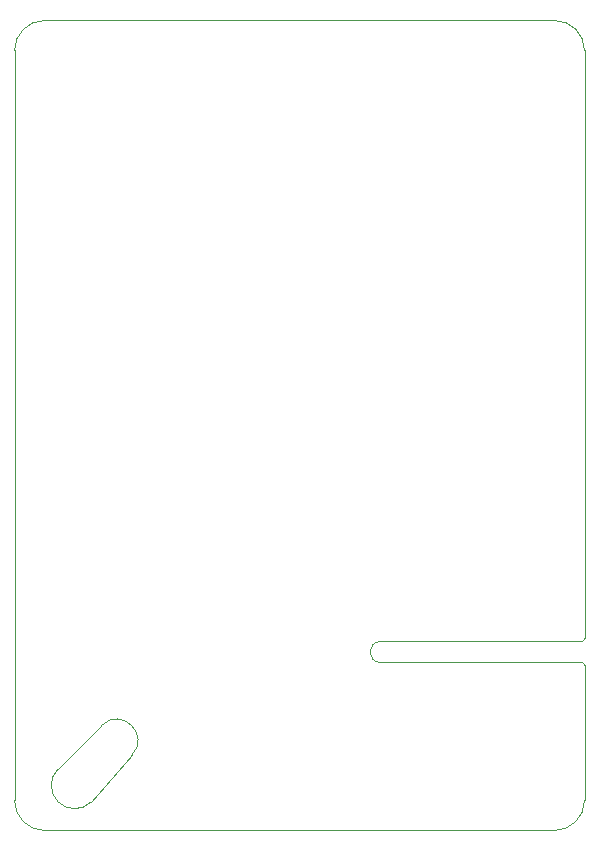
<source format=gm1>
G04 #@! TF.GenerationSoftware,KiCad,Pcbnew,5.1.5+dfsg1-2build2*
G04 #@! TF.CreationDate,2020-05-08T13:19:40+02:00*
G04 #@! TF.ProjectId,powered multisensor,706f7765-7265-4642-906d-756c74697365,rev?*
G04 #@! TF.SameCoordinates,Original*
G04 #@! TF.FileFunction,Profile,NP*
%FSLAX46Y46*%
G04 Gerber Fmt 4.6, Leading zero omitted, Abs format (unit mm)*
G04 Created by KiCad (PCBNEW 5.1.5+dfsg1-2build2) date 2020-05-08 13:19:40*
%MOMM*%
%LPD*%
G04 APERTURE LIST*
%ADD10C,0.050000*%
G04 APERTURE END LIST*
D10*
X60706001Y-82550001D02*
G75*
G02X63245999Y-85089999I1269999J-1269999D01*
G01*
X63246000Y-85090000D02*
X59817000Y-89027000D01*
X57023001Y-86233001D02*
X60706000Y-82550000D01*
X59816999Y-89026999D02*
G75*
G02X57023001Y-86233001I-1396999J1396999D01*
G01*
X101600000Y-75184000D02*
X101600000Y-25400000D01*
X101600000Y-77470000D02*
X101600000Y-88900000D01*
X84328000Y-77216000D02*
G75*
G02X84328000Y-75438000I0J889000D01*
G01*
X84328000Y-77216000D02*
X93980000Y-77216000D01*
X85090000Y-75438000D02*
X84328000Y-75438000D01*
X93980000Y-75438000D02*
X85090000Y-75438000D01*
X93980000Y-77216000D02*
X94996000Y-77216000D01*
X94996000Y-75438000D02*
X93980000Y-75438000D01*
X101600000Y-75184000D02*
G75*
G02X101346000Y-75438000I-254000J0D01*
G01*
X101346000Y-77216000D02*
G75*
G02X101600000Y-77470000I0J-254000D01*
G01*
X94996000Y-77216000D02*
X101346000Y-77216000D01*
X101346000Y-75438000D02*
X94996000Y-75438000D01*
X55880000Y-91440000D02*
G75*
G02X53340000Y-88900000I0J2540000D01*
G01*
X101600000Y-88900000D02*
G75*
G02X99060000Y-91440000I-2540000J0D01*
G01*
X99060000Y-22860000D02*
G75*
G02X101600000Y-25400000I0J-2540000D01*
G01*
X53340000Y-25400000D02*
G75*
G02X55880000Y-22860000I2540000J0D01*
G01*
X53340000Y-88900000D02*
X53340000Y-25400000D01*
X99060000Y-91440000D02*
X55880000Y-91440000D01*
X55880000Y-22860000D02*
X99060000Y-22860000D01*
M02*

</source>
